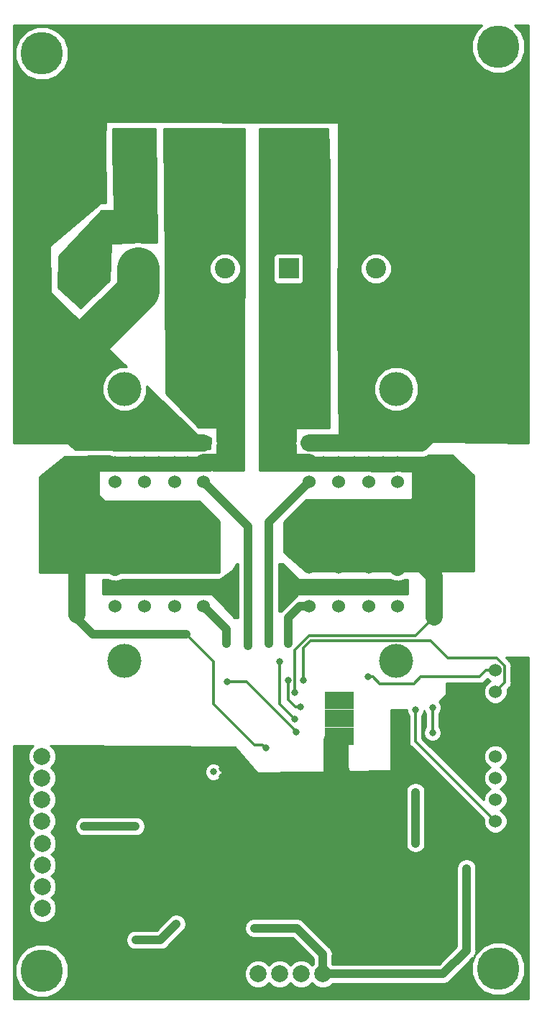
<source format=gbr>
G04 #@! TF.GenerationSoftware,KiCad,Pcbnew,5.0.0-rc2-dev-unknown-648803d~64~ubuntu16.04.1*
G04 #@! TF.CreationDate,2018-04-28T23:38:00-07:00*
G04 #@! TF.ProjectId,HICURRNT_Bridge,4849435552524E545F4272696467652E,rev?*
G04 #@! TF.SameCoordinates,Original*
G04 #@! TF.FileFunction,Copper,L2,Bot,Signal*
G04 #@! TF.FilePolarity,Positive*
%FSLAX46Y46*%
G04 Gerber Fmt 4.6, Leading zero omitted, Abs format (unit mm)*
G04 Created by KiCad (PCBNEW 5.0.0-rc2-dev-unknown-648803d~64~ubuntu16.04.1) date Sat Apr 28 23:38:00 2018*
%MOMM*%
%LPD*%
G01*
G04 APERTURE LIST*
%ADD10C,4.500000*%
%ADD11C,5.000000*%
%ADD12C,4.000000*%
%ADD13R,2.400000X2.400000*%
%ADD14C,2.400000*%
%ADD15C,1.524000*%
%ADD16R,1.524000X1.524000*%
%ADD17R,4.000000X4.000000*%
%ADD18C,2.000000*%
%ADD19R,2.000000X2.000000*%
%ADD20R,0.890000X1.100000*%
%ADD21C,0.800000*%
%ADD22C,5.000000*%
%ADD23C,2.000000*%
%ADD24C,1.000000*%
%ADD25C,3.000000*%
%ADD26C,0.300000*%
%ADD27C,0.254000*%
G04 APERTURE END LIST*
D10*
X44950000Y56850000D03*
X14350000Y56850000D03*
D11*
X57750000Y4250000D03*
X4000000Y4050000D03*
D10*
X36200000Y56850000D03*
X21750000Y56850000D03*
D11*
X4000000Y112050000D03*
X57750000Y112850000D03*
D12*
X45735000Y40540000D03*
X13735000Y40540000D03*
X13735000Y72540000D03*
D13*
X15290000Y86710000D03*
D14*
X7790000Y86710000D03*
D15*
X57400000Y39410000D03*
X57400000Y36870000D03*
D16*
X57400000Y34330000D03*
X57400000Y31790000D03*
D15*
X57400000Y29250000D03*
X57400000Y26710000D03*
X57400000Y24170000D03*
X57400000Y21630000D03*
D17*
X43620000Y100760000D03*
D12*
X34120000Y100760000D03*
X24620000Y100760000D03*
X15120000Y100760000D03*
D18*
X29460000Y3652000D03*
X32000000Y3652000D03*
X34540000Y3652000D03*
X37080000Y3652000D03*
D19*
X26840000Y3652000D03*
X24300000Y3652000D03*
X21760000Y3652000D03*
X19220000Y3652000D03*
D18*
X4000000Y29230000D03*
X4000000Y26690000D03*
X4000000Y24150000D03*
X4000000Y21610000D03*
X4070000Y11370000D03*
X4070000Y13910000D03*
X4070000Y16450000D03*
X4070000Y18990000D03*
D13*
X50850000Y86710000D03*
D14*
X43350000Y86710000D03*
X25570000Y86710000D03*
D13*
X33070000Y86710000D03*
D20*
X37725000Y36387500D03*
X38575000Y36387500D03*
X40275000Y36387500D03*
X39425000Y36387500D03*
X39425000Y35331250D03*
X40275000Y35331250D03*
X38575000Y35331250D03*
X37725000Y35331250D03*
X37725000Y34275000D03*
X38575000Y34275000D03*
X40275000Y34275000D03*
X39425000Y34275000D03*
X39425000Y33218750D03*
X40275000Y33218750D03*
X38575000Y33218750D03*
X37725000Y33218750D03*
X37725000Y32162500D03*
X38575000Y32162500D03*
X40275000Y32162500D03*
X39425000Y32162500D03*
X39425000Y31106250D03*
X40275000Y31106250D03*
X38575000Y31106250D03*
X37725000Y31106250D03*
D15*
X23030000Y46959000D03*
X23030000Y49245000D03*
X23030000Y51531000D03*
X12616000Y46959000D03*
X12616000Y49245000D03*
X12616000Y51531000D03*
X16116000Y46959000D03*
X16116000Y49245000D03*
X16116000Y51531000D03*
X19616000Y46959000D03*
X19616000Y49245000D03*
X19616000Y51531000D03*
D16*
X19616000Y66136000D03*
D15*
X19616000Y63850000D03*
X19616000Y61564000D03*
D16*
X16116000Y66136000D03*
D15*
X16116000Y63850000D03*
X16116000Y61564000D03*
D16*
X12616000Y66136000D03*
D15*
X12616000Y63850000D03*
X12616000Y61564000D03*
D16*
X23030000Y66136000D03*
D15*
X23030000Y63850000D03*
X23030000Y61564000D03*
X42476000Y51531000D03*
X42476000Y49245000D03*
X42476000Y46959000D03*
X38976000Y51531000D03*
X38976000Y49245000D03*
X38976000Y46959000D03*
X35476000Y51531000D03*
X35476000Y49245000D03*
X35476000Y46959000D03*
X45890000Y51531000D03*
X45890000Y49245000D03*
X45890000Y46959000D03*
X45890000Y61564000D03*
X45890000Y63850000D03*
D16*
X45890000Y66136000D03*
D15*
X35476000Y61564000D03*
X35476000Y63850000D03*
D16*
X35476000Y66136000D03*
D15*
X38976000Y61564000D03*
X38976000Y63850000D03*
D16*
X38976000Y66136000D03*
D15*
X42476000Y61564000D03*
X42476000Y63850000D03*
D16*
X42476000Y66136000D03*
D12*
X45735000Y72540000D03*
D21*
X14400000Y66136000D03*
X21200000Y66136000D03*
X37200000Y66136000D03*
X44200000Y66136000D03*
X7200000Y27850000D03*
X25200000Y27850000D03*
X8000000Y28450000D03*
X8200000Y27450000D03*
X7400000Y26850000D03*
X25200000Y26850000D03*
X24200000Y27450000D03*
X26200000Y27650000D03*
X28000000Y27050000D03*
X28000000Y21550000D03*
X40950000Y10350000D03*
X34850000Y17100000D03*
X16000000Y97682800D03*
X15000000Y97682800D03*
X14000000Y97682800D03*
X15000000Y96682800D03*
X14000000Y96682800D03*
X16000000Y96682800D03*
X14200000Y49650000D03*
X17800000Y49650000D03*
X21200000Y49650000D03*
X37200000Y49650000D03*
X40800000Y49650000D03*
X44000000Y49650000D03*
X44000000Y48850000D03*
X40800000Y48850000D03*
X37200000Y48850000D03*
X21200000Y48850000D03*
X17800000Y48850000D03*
X14200000Y48850000D03*
X8000000Y88850000D03*
X9000000Y88850000D03*
X10000000Y88850000D03*
X10600000Y89650000D03*
X11000000Y88850000D03*
X9800000Y87850000D03*
X10800000Y87850000D03*
X9600000Y86850000D03*
X10600000Y86850000D03*
X9600000Y85850000D03*
X10600000Y85850000D03*
X9000000Y85050000D03*
X10000000Y85050000D03*
X7000000Y84650000D03*
X8000000Y84650000D03*
X8600000Y83650000D03*
X9600000Y84050000D03*
X9600000Y89850000D03*
X25800000Y50080000D03*
X25800000Y49050000D03*
X25800000Y48050000D03*
X26600000Y48450000D03*
X26600000Y49480000D03*
X26600000Y47450000D03*
X32400000Y50280000D03*
X32400000Y49250000D03*
X32400000Y48250000D03*
X33400000Y48450000D03*
X33400000Y49450000D03*
X32400000Y47250000D03*
X20000000Y102300000D03*
X21000000Y102300000D03*
X20000000Y101300000D03*
X21000000Y101300000D03*
X20000000Y100300000D03*
X21000000Y100300000D03*
X20000000Y99300000D03*
X21000000Y99300000D03*
X20000000Y98300000D03*
X21000000Y98300000D03*
X19000000Y101300000D03*
X19000000Y99300000D03*
X19000000Y102300000D03*
X19000000Y100300000D03*
X19000000Y98300000D03*
X22000000Y99300000D03*
X22000000Y98300000D03*
X25000000Y98300000D03*
X24000000Y98300000D03*
X23000000Y98300000D03*
X22000000Y97300000D03*
X25000000Y97300000D03*
X21000000Y97300000D03*
X24000000Y97300000D03*
X23000000Y97300000D03*
X19000000Y97300000D03*
X20000000Y97300000D03*
X14400000Y64250000D03*
X17800000Y64250000D03*
X21200000Y64250000D03*
X14400000Y63450000D03*
X17800000Y63450000D03*
X21200000Y63450000D03*
X30400000Y30250000D03*
X31000000Y102050000D03*
X32000000Y102050000D03*
X30000000Y102050000D03*
X31000000Y101050000D03*
X30000000Y101050000D03*
X32000000Y101050000D03*
X31000000Y100050000D03*
X30000000Y100050000D03*
X30000000Y99050000D03*
X31000000Y99050000D03*
X31000000Y98050000D03*
X30000000Y98050000D03*
X32000000Y99050000D03*
X32000000Y98050000D03*
X32000000Y100050000D03*
X33000000Y98050000D03*
X34000000Y98050000D03*
X35000000Y98050000D03*
X34000000Y97050000D03*
X35000000Y97050000D03*
X30000000Y97050000D03*
X32000000Y97050000D03*
X33000000Y97050000D03*
X31000000Y97050000D03*
X44200000Y64250000D03*
X40800000Y64250000D03*
X37200000Y64250000D03*
X37200000Y63450000D03*
X40800000Y63450000D03*
X44200000Y63450000D03*
X33793924Y36751404D03*
X33800000Y33650000D03*
X32000000Y40450000D03*
X48000000Y19050000D03*
X48000000Y25050000D03*
X54000000Y16050000D03*
X29000000Y9050000D03*
X15050000Y7675000D03*
X19825000Y9550000D03*
X42400000Y38650000D03*
X34800000Y38250000D03*
X25800000Y38050000D03*
X33980733Y32149988D03*
X25750000Y42550000D03*
X28250000Y42300000D03*
X33000000Y42550000D03*
X33000000Y38250000D03*
X34462847Y35086151D03*
X30750000Y42550000D03*
X15000000Y21050000D03*
X9000000Y21050000D03*
X50000000Y35050000D03*
X50000000Y32050000D03*
X48000000Y34743740D03*
D22*
X15290000Y86710000D02*
X15290000Y84160000D01*
X15290000Y84160000D02*
X5500000Y74370000D01*
D23*
X35476000Y66136000D02*
X38976000Y66136000D01*
X38976000Y66136000D02*
X42476000Y66136000D01*
X42476000Y66136000D02*
X44200000Y66136000D01*
X50850000Y83510000D02*
X50850000Y86710000D01*
X50850000Y68334000D02*
X50850000Y83510000D01*
X48652000Y66136000D02*
X50850000Y68334000D01*
X45890000Y66136000D02*
X48652000Y66136000D01*
X23030000Y66136000D02*
X21200000Y66136000D01*
X19616000Y66136000D02*
X16116000Y66136000D01*
X12616000Y66136000D02*
X16116000Y66136000D01*
X7144000Y74370000D02*
X5500000Y74370000D01*
X12616000Y68898000D02*
X7144000Y74370000D01*
X12616000Y66136000D02*
X12616000Y68898000D01*
X50850000Y86710000D02*
X50850000Y101950000D01*
X50850000Y101950000D02*
X45500000Y107300000D01*
X45500000Y107300000D02*
X11250000Y107300000D01*
X11250000Y107300000D02*
X3500000Y99550000D01*
X3500000Y76370000D02*
X5500000Y74370000D01*
X3500000Y99550000D02*
X3500000Y76370000D01*
X21200000Y66136000D02*
X19616000Y66136000D01*
X44200000Y66136000D02*
X45890000Y66136000D01*
D24*
X28000000Y27050000D02*
X28000000Y21550000D01*
X40950000Y11000000D02*
X34850000Y17100000D01*
X40950000Y10350000D02*
X40950000Y11000000D01*
D25*
X38575000Y27556250D02*
X38750000Y27381250D01*
X38575000Y31106250D02*
X38575000Y27556250D01*
X38750000Y27381250D02*
X38750000Y24700000D01*
D23*
X10910000Y53237000D02*
X9367000Y53237000D01*
X9367000Y53237000D02*
X8110000Y51980000D01*
X12616000Y51531000D02*
X10910000Y53237000D01*
X8110000Y51980000D02*
X8110000Y45950000D01*
X23030000Y63850000D02*
X25700000Y63850000D01*
X25700000Y63850000D02*
X26000000Y64150000D01*
X26000000Y64150000D02*
X26000000Y80800000D01*
X26000000Y80800000D02*
X21750000Y85050000D01*
X21750000Y97890000D02*
X24620000Y100760000D01*
X21750000Y85050000D02*
X21750000Y97890000D01*
D26*
X8110000Y45950000D02*
X8110000Y45540000D01*
D24*
X8110000Y45540000D02*
X10000000Y43650000D01*
X10000000Y43650000D02*
X21000000Y43650000D01*
D26*
X21000000Y43650000D02*
X24200000Y40450000D01*
X24200000Y40450000D02*
X24200000Y35450000D01*
X24200000Y35450000D02*
X29000000Y30650000D01*
X29000000Y30650000D02*
X30000000Y30650000D01*
X30000000Y30650000D02*
X30400000Y30250000D01*
D23*
X45890000Y52608630D02*
X47001370Y53720000D01*
X45890000Y51531000D02*
X45890000Y52608630D01*
X47001370Y53720000D02*
X50240000Y50481370D01*
X35476000Y63850000D02*
X33050000Y63850000D01*
X33050000Y63850000D02*
X31500000Y65400000D01*
X31500000Y65400000D02*
X31500000Y79300000D01*
X31500000Y79300000D02*
X35750000Y83550000D01*
X35750000Y83550000D02*
X35750000Y92300000D01*
X34120000Y93930000D02*
X34120000Y100760000D01*
X35750000Y92300000D02*
X34120000Y93930000D01*
X50240000Y50481370D02*
X50240000Y45680000D01*
D26*
X33793924Y41751046D02*
X33793924Y37317089D01*
X35492878Y43450000D02*
X33793924Y41751046D01*
X33793924Y37317089D02*
X33793924Y36751404D01*
X50240000Y45680000D02*
X48010000Y43450000D01*
X48010000Y43450000D02*
X35492878Y43450000D01*
X33800000Y33650000D02*
X32000000Y35450000D01*
X32000000Y35450000D02*
X32000000Y40450000D01*
D24*
X48000000Y19050000D02*
X48000000Y25050000D01*
X17950000Y7675000D02*
X19825000Y9550000D01*
X15050000Y7675000D02*
X17950000Y7675000D01*
X34000000Y9050000D02*
X29000000Y9050000D01*
X37080000Y5970000D02*
X34000000Y9050000D01*
X37080000Y3652000D02*
X37080000Y5970000D01*
X51252000Y3652000D02*
X37080000Y3652000D01*
X54000000Y6400000D02*
X51252000Y3652000D01*
X54000000Y16050000D02*
X54000000Y6400000D01*
D26*
X56322370Y39410000D02*
X55562370Y38650000D01*
X57400000Y39410000D02*
X56322370Y39410000D01*
X55562370Y38650000D02*
X48600000Y38650000D01*
X48600000Y38650000D02*
X47800000Y37850000D01*
X47800000Y37850000D02*
X43800000Y37850000D01*
X43000000Y38650000D02*
X42400000Y38650000D01*
X43800000Y37850000D02*
X43000000Y38650000D01*
X34800000Y38250000D02*
X34800000Y42050000D01*
X35640001Y42890001D02*
X49759999Y42890001D01*
X34800000Y42050000D02*
X35640001Y42890001D01*
X49759999Y42890001D02*
X51800000Y40850000D01*
X58512001Y37982001D02*
X58161999Y37631999D01*
X58512001Y39943761D02*
X58512001Y37982001D01*
X58161999Y37631999D02*
X57400000Y36870000D01*
X57605762Y40850000D02*
X58512001Y39943761D01*
X51800000Y40850000D02*
X57605762Y40850000D01*
X33580734Y32549987D02*
X33980733Y32149988D01*
X25800000Y38050000D02*
X28080721Y38050000D01*
X28080721Y38050000D02*
X33580734Y32549987D01*
D24*
X25750000Y44239000D02*
X23030000Y46959000D01*
X25750000Y42550000D02*
X25750000Y44239000D01*
X28250000Y56344000D02*
X23030000Y61564000D01*
X28250000Y42300000D02*
X28250000Y56344000D01*
X34398370Y46959000D02*
X33000000Y45560630D01*
X35476000Y46959000D02*
X34398370Y46959000D01*
X33000000Y45560630D02*
X33000000Y42550000D01*
D26*
X33000000Y38250000D02*
X33000000Y35983313D01*
X33897162Y35086151D02*
X34462847Y35086151D01*
X33000000Y35983313D02*
X33897162Y35086151D01*
D24*
X30750000Y56838000D02*
X35476000Y61564000D01*
X30750000Y42550000D02*
X30750000Y56838000D01*
X15000000Y21050000D02*
X9000000Y21050000D01*
D26*
X50000000Y35050000D02*
X50000000Y32050000D01*
X48000000Y31030000D02*
X48000000Y34178055D01*
X57400000Y21630000D02*
X48000000Y31030000D01*
X48000000Y34178055D02*
X48000000Y34743740D01*
D27*
G36*
X55092276Y114625835D02*
X54615000Y113473590D01*
X54615000Y112226410D01*
X55092276Y111074165D01*
X55974165Y110192276D01*
X57126410Y109715000D01*
X58373590Y109715000D01*
X59525835Y110192276D01*
X60407724Y111074165D01*
X60885000Y112226410D01*
X60885000Y113473590D01*
X60407724Y114625835D01*
X59693559Y115340000D01*
X61290000Y115340000D01*
X61290000Y66186955D01*
X46291778Y66396988D01*
X46288289Y66396988D01*
X38996142Y66298711D01*
X38950889Y73064134D01*
X43100000Y73064134D01*
X43100000Y72015866D01*
X43501155Y71047392D01*
X44242392Y70306155D01*
X45210866Y69905000D01*
X46259134Y69905000D01*
X47227608Y70306155D01*
X47968845Y71047392D01*
X48370000Y72015866D01*
X48370000Y73064134D01*
X47968845Y74032608D01*
X47227608Y74773845D01*
X46259134Y75175000D01*
X45210866Y75175000D01*
X44242392Y74773845D01*
X43501155Y74032608D01*
X43100000Y73064134D01*
X38950889Y73064134D01*
X38897000Y81120401D01*
X38897000Y86469265D01*
X38904143Y87075004D01*
X41515000Y87075004D01*
X41515000Y86344996D01*
X41794362Y85670556D01*
X42310556Y85154362D01*
X42984996Y84875000D01*
X43715004Y84875000D01*
X44389444Y85154362D01*
X44905638Y85670556D01*
X45185000Y86344996D01*
X45185000Y87075004D01*
X44905638Y87749444D01*
X44389444Y88265638D01*
X43715004Y88545000D01*
X42984996Y88545000D01*
X42310556Y88265638D01*
X41794362Y87749444D01*
X41515000Y87075004D01*
X38904143Y87075004D01*
X38946991Y90708502D01*
X38947000Y90710000D01*
X38947000Y103840000D01*
X38937333Y103888601D01*
X38909803Y103929803D01*
X38868601Y103957333D01*
X38820421Y103966999D01*
X11640421Y104056999D01*
X11591788Y104047493D01*
X11550495Y104020099D01*
X11522829Y103978989D01*
X11513101Y103935076D01*
X11433101Y101935076D01*
X11433002Y101929332D01*
X11472330Y94457000D01*
X10965000Y94457000D01*
X10916399Y94447333D01*
X10882955Y94426942D01*
X710000Y85817273D01*
X710000Y112673590D01*
X865000Y112673590D01*
X865000Y111426410D01*
X1342276Y110274165D01*
X2224165Y109392276D01*
X3376410Y108915000D01*
X4623590Y108915000D01*
X5775835Y109392276D01*
X6657724Y110274165D01*
X7135000Y111426410D01*
X7135000Y112673590D01*
X6657724Y113825835D01*
X5775835Y114707724D01*
X4623590Y115185000D01*
X3376410Y115185000D01*
X2224165Y114707724D01*
X1342276Y113825835D01*
X865000Y112673590D01*
X710000Y112673590D01*
X710000Y115340000D01*
X55806441Y115340000D01*
X55092276Y114625835D01*
X55092276Y114625835D01*
G37*
X55092276Y114625835D02*
X54615000Y113473590D01*
X54615000Y112226410D01*
X55092276Y111074165D01*
X55974165Y110192276D01*
X57126410Y109715000D01*
X58373590Y109715000D01*
X59525835Y110192276D01*
X60407724Y111074165D01*
X60885000Y112226410D01*
X60885000Y113473590D01*
X60407724Y114625835D01*
X59693559Y115340000D01*
X61290000Y115340000D01*
X61290000Y66186955D01*
X46291778Y66396988D01*
X46288289Y66396988D01*
X38996142Y66298711D01*
X38950889Y73064134D01*
X43100000Y73064134D01*
X43100000Y72015866D01*
X43501155Y71047392D01*
X44242392Y70306155D01*
X45210866Y69905000D01*
X46259134Y69905000D01*
X47227608Y70306155D01*
X47968845Y71047392D01*
X48370000Y72015866D01*
X48370000Y73064134D01*
X47968845Y74032608D01*
X47227608Y74773845D01*
X46259134Y75175000D01*
X45210866Y75175000D01*
X44242392Y74773845D01*
X43501155Y74032608D01*
X43100000Y73064134D01*
X38950889Y73064134D01*
X38897000Y81120401D01*
X38897000Y86469265D01*
X38904143Y87075004D01*
X41515000Y87075004D01*
X41515000Y86344996D01*
X41794362Y85670556D01*
X42310556Y85154362D01*
X42984996Y84875000D01*
X43715004Y84875000D01*
X44389444Y85154362D01*
X44905638Y85670556D01*
X45185000Y86344996D01*
X45185000Y87075004D01*
X44905638Y87749444D01*
X44389444Y88265638D01*
X43715004Y88545000D01*
X42984996Y88545000D01*
X42310556Y88265638D01*
X41794362Y87749444D01*
X41515000Y87075004D01*
X38904143Y87075004D01*
X38946991Y90708502D01*
X38947000Y90710000D01*
X38947000Y103840000D01*
X38937333Y103888601D01*
X38909803Y103929803D01*
X38868601Y103957333D01*
X38820421Y103966999D01*
X11640421Y104056999D01*
X11591788Y104047493D01*
X11550495Y104020099D01*
X11522829Y103978989D01*
X11513101Y103935076D01*
X11433101Y101935076D01*
X11433002Y101929332D01*
X11472330Y94457000D01*
X10965000Y94457000D01*
X10916399Y94447333D01*
X10882955Y94426942D01*
X710000Y85817273D01*
X710000Y112673590D01*
X865000Y112673590D01*
X865000Y111426410D01*
X1342276Y110274165D01*
X2224165Y109392276D01*
X3376410Y108915000D01*
X4623590Y108915000D01*
X5775835Y109392276D01*
X6657724Y110274165D01*
X7135000Y111426410D01*
X7135000Y112673590D01*
X6657724Y113825835D01*
X5775835Y114707724D01*
X4623590Y115185000D01*
X3376410Y115185000D01*
X2224165Y114707724D01*
X1342276Y113825835D01*
X865000Y112673590D01*
X710000Y112673590D01*
X710000Y115340000D01*
X55806441Y115340000D01*
X55092276Y114625835D01*
G36*
X34399705Y64820297D02*
X34466235Y64775843D01*
X34612128Y64746823D01*
X34838055Y64595864D01*
X35314969Y64501000D01*
X48490970Y64501000D01*
X48652000Y64468969D01*
X48813030Y64501000D01*
X48813031Y64501000D01*
X49289945Y64595864D01*
X49503645Y64738654D01*
X52350054Y64723268D01*
X54873000Y62394395D01*
X54873000Y51077000D01*
X35048112Y51077000D01*
X32527000Y53307215D01*
X32527000Y56897394D01*
X35152606Y59523000D01*
X47500000Y59523000D01*
X47548601Y59532667D01*
X47589803Y59560197D01*
X47617333Y59601399D01*
X47627000Y59650000D01*
X47627000Y62750000D01*
X47617333Y62798601D01*
X47589803Y62839803D01*
X47548601Y62867333D01*
X47500941Y62876997D01*
X46350102Y62885522D01*
X46167881Y62961000D01*
X45612119Y62961000D01*
X45446065Y62892218D01*
X42873937Y62911271D01*
X42753881Y62961000D01*
X42198119Y62961000D01*
X42092046Y62917063D01*
X39310206Y62937669D01*
X39253881Y62961000D01*
X38698119Y62961000D01*
X38653537Y62942534D01*
X34121139Y62976107D01*
X34033226Y64822278D01*
X34399705Y64820297D01*
X34399705Y64820297D01*
G37*
X34399705Y64820297D02*
X34466235Y64775843D01*
X34612128Y64746823D01*
X34838055Y64595864D01*
X35314969Y64501000D01*
X48490970Y64501000D01*
X48652000Y64468969D01*
X48813030Y64501000D01*
X48813031Y64501000D01*
X49289945Y64595864D01*
X49503645Y64738654D01*
X52350054Y64723268D01*
X54873000Y62394395D01*
X54873000Y51077000D01*
X35048112Y51077000D01*
X32527000Y53307215D01*
X32527000Y56897394D01*
X35152606Y59523000D01*
X47500000Y59523000D01*
X47548601Y59532667D01*
X47589803Y59560197D01*
X47617333Y59601399D01*
X47627000Y59650000D01*
X47627000Y62750000D01*
X47617333Y62798601D01*
X47589803Y62839803D01*
X47548601Y62867333D01*
X47500941Y62876997D01*
X46350102Y62885522D01*
X46167881Y62961000D01*
X45612119Y62961000D01*
X45446065Y62892218D01*
X42873937Y62911271D01*
X42753881Y62961000D01*
X42198119Y62961000D01*
X42092046Y62917063D01*
X39310206Y62937669D01*
X39253881Y62961000D01*
X38698119Y62961000D01*
X38653537Y62942534D01*
X34121139Y62976107D01*
X34033226Y64822278D01*
X34399705Y64820297D01*
G36*
X27773318Y62938974D02*
X24109719Y62995628D01*
X23542012Y64570814D01*
X23667945Y64595864D01*
X23824268Y64700315D01*
X24526878Y64683038D01*
X24575702Y64691508D01*
X24617568Y64718017D01*
X24646103Y64758530D01*
X24656997Y64810814D01*
X24650017Y65899646D01*
X24697031Y66136000D01*
X24646886Y66388095D01*
X24636997Y67930814D01*
X24627019Y67979352D01*
X24599225Y68020376D01*
X24557848Y68047642D01*
X24510000Y68057000D01*
X22463639Y68057000D01*
X18626589Y72001997D01*
X18506390Y87075004D01*
X23735000Y87075004D01*
X23735000Y86344996D01*
X24014362Y85670556D01*
X24530556Y85154362D01*
X25204996Y84875000D01*
X25935004Y84875000D01*
X26609444Y85154362D01*
X27125638Y85670556D01*
X27405000Y86344996D01*
X27405000Y87075004D01*
X27125638Y87749444D01*
X26609444Y88265638D01*
X25935004Y88545000D01*
X25204996Y88545000D01*
X24530556Y88265638D01*
X24014362Y87749444D01*
X23735000Y87075004D01*
X18506390Y87075004D01*
X18378017Y103173000D01*
X27872686Y103173000D01*
X27773318Y62938974D01*
X27773318Y62938974D01*
G37*
X27773318Y62938974D02*
X24109719Y62995628D01*
X23542012Y64570814D01*
X23667945Y64595864D01*
X23824268Y64700315D01*
X24526878Y64683038D01*
X24575702Y64691508D01*
X24617568Y64718017D01*
X24646103Y64758530D01*
X24656997Y64810814D01*
X24650017Y65899646D01*
X24697031Y66136000D01*
X24646886Y66388095D01*
X24636997Y67930814D01*
X24627019Y67979352D01*
X24599225Y68020376D01*
X24557848Y68047642D01*
X24510000Y68057000D01*
X22463639Y68057000D01*
X18626589Y72001997D01*
X18506390Y87075004D01*
X23735000Y87075004D01*
X23735000Y86344996D01*
X24014362Y85670556D01*
X24530556Y85154362D01*
X25204996Y84875000D01*
X25935004Y84875000D01*
X26609444Y85154362D01*
X27125638Y85670556D01*
X27405000Y86344996D01*
X27405000Y87075004D01*
X27125638Y87749444D01*
X26609444Y88265638D01*
X25935004Y88545000D01*
X25204996Y88545000D01*
X24530556Y88265638D01*
X24014362Y87749444D01*
X23735000Y87075004D01*
X18506390Y87075004D01*
X18378017Y103173000D01*
X27872686Y103173000D01*
X27773318Y62938974D01*
G36*
X23848922Y64713285D02*
X23894620Y62976755D01*
X12905806Y62956060D01*
X12893881Y62961000D01*
X12338119Y62961000D01*
X12323546Y62954964D01*
X10749761Y62952000D01*
X10701178Y62942241D01*
X10660028Y62914633D01*
X10632576Y62873380D01*
X10623045Y62821630D01*
X10698045Y59996630D01*
X10708998Y59948302D01*
X10737128Y59908307D01*
X11337128Y59333307D01*
X11378906Y59306660D01*
X11425571Y59298001D01*
X22497257Y59347761D01*
X24897789Y56922981D01*
X24873512Y50902296D01*
X3727000Y50951704D01*
X3727000Y62164576D01*
X6720594Y64598392D01*
X11906682Y64643554D01*
X11978055Y64595864D01*
X12616000Y64468969D01*
X12777031Y64501000D01*
X23191031Y64501000D01*
X23667945Y64595864D01*
X23847421Y64715786D01*
X23848922Y64713285D01*
X23848922Y64713285D01*
G37*
X23848922Y64713285D02*
X23894620Y62976755D01*
X12905806Y62956060D01*
X12893881Y62961000D01*
X12338119Y62961000D01*
X12323546Y62954964D01*
X10749761Y62952000D01*
X10701178Y62942241D01*
X10660028Y62914633D01*
X10632576Y62873380D01*
X10623045Y62821630D01*
X10698045Y59996630D01*
X10708998Y59948302D01*
X10737128Y59908307D01*
X11337128Y59333307D01*
X11378906Y59306660D01*
X11425571Y59298001D01*
X22497257Y59347761D01*
X24897789Y56922981D01*
X24873512Y50902296D01*
X3727000Y50951704D01*
X3727000Y62164576D01*
X6720594Y64598392D01*
X11906682Y64643554D01*
X11978055Y64595864D01*
X12616000Y64468969D01*
X12777031Y64501000D01*
X23191031Y64501000D01*
X23667945Y64595864D01*
X23847421Y64715786D01*
X23848922Y64713285D01*
G36*
X37873000Y98546669D02*
X37873000Y67927000D01*
X34000000Y67927000D01*
X33951399Y67917333D01*
X33910197Y67889803D01*
X33882667Y67848601D01*
X33873000Y67800000D01*
X33873000Y66457906D01*
X33808969Y66136000D01*
X33873000Y65814094D01*
X33873000Y64800000D01*
X33882667Y64751399D01*
X33910197Y64710197D01*
X33951399Y64682667D01*
X34000000Y64673000D01*
X34722612Y64673000D01*
X34838055Y64595864D01*
X35314969Y64501000D01*
X36366965Y64501000D01*
X36335524Y62936821D01*
X35814063Y62936072D01*
X35753881Y62961000D01*
X35198119Y62961000D01*
X35135584Y62935097D01*
X29627000Y62927183D01*
X29627000Y87910000D01*
X31222560Y87910000D01*
X31222560Y85510000D01*
X31271843Y85262235D01*
X31412191Y85052191D01*
X31622235Y84911843D01*
X31870000Y84862560D01*
X34270000Y84862560D01*
X34517765Y84911843D01*
X34727809Y85052191D01*
X34868157Y85262235D01*
X34917440Y85510000D01*
X34917440Y87910000D01*
X34868157Y88157765D01*
X34727809Y88367809D01*
X34517765Y88508157D01*
X34270000Y88557440D01*
X31870000Y88557440D01*
X31622235Y88508157D01*
X31412191Y88367809D01*
X31271843Y88157765D01*
X31222560Y87910000D01*
X29627000Y87910000D01*
X29627000Y103173000D01*
X37629509Y103173000D01*
X37873000Y98546669D01*
X37873000Y98546669D01*
G37*
X37873000Y98546669D02*
X37873000Y67927000D01*
X34000000Y67927000D01*
X33951399Y67917333D01*
X33910197Y67889803D01*
X33882667Y67848601D01*
X33873000Y67800000D01*
X33873000Y66457906D01*
X33808969Y66136000D01*
X33873000Y65814094D01*
X33873000Y64800000D01*
X33882667Y64751399D01*
X33910197Y64710197D01*
X33951399Y64682667D01*
X34000000Y64673000D01*
X34722612Y64673000D01*
X34838055Y64595864D01*
X35314969Y64501000D01*
X36366965Y64501000D01*
X36335524Y62936821D01*
X35814063Y62936072D01*
X35753881Y62961000D01*
X35198119Y62961000D01*
X35135584Y62935097D01*
X29627000Y62927183D01*
X29627000Y87910000D01*
X31222560Y87910000D01*
X31222560Y85510000D01*
X31271843Y85262235D01*
X31412191Y85052191D01*
X31622235Y84911843D01*
X31870000Y84862560D01*
X34270000Y84862560D01*
X34517765Y84911843D01*
X34727809Y85052191D01*
X34868157Y85262235D01*
X34917440Y85510000D01*
X34917440Y87910000D01*
X34868157Y88157765D01*
X34727809Y88367809D01*
X34517765Y88508157D01*
X34270000Y88557440D01*
X31870000Y88557440D01*
X31622235Y88508157D01*
X31412191Y88367809D01*
X31271843Y88157765D01*
X31222560Y87910000D01*
X29627000Y87910000D01*
X29627000Y103173000D01*
X37629509Y103173000D01*
X37873000Y98546669D01*
G36*
X5013033Y83897110D02*
X5023804Y83848741D01*
X5051699Y83808721D01*
X13976617Y75175000D01*
X13210866Y75175000D01*
X12242392Y74773845D01*
X11501155Y74032608D01*
X11100000Y73064134D01*
X11100000Y72015866D01*
X11501155Y71047392D01*
X12242392Y70306155D01*
X13210866Y69905000D01*
X14259134Y69905000D01*
X15227608Y70306155D01*
X15968845Y71047392D01*
X16370000Y72015866D01*
X16370000Y72859706D01*
X22521699Y66908721D01*
X22563351Y66881878D01*
X22602487Y66873222D01*
X23826990Y66800659D01*
X23762418Y65485000D01*
X22868969Y65485000D01*
X22527110Y65417000D01*
X7955376Y65417000D01*
X7050478Y66158246D01*
X7006755Y66181565D01*
X6969818Y66187000D01*
X710000Y66178018D01*
X710000Y89923000D01*
X4875858Y89923000D01*
X5013033Y83897110D01*
X5013033Y83897110D01*
G37*
X5013033Y83897110D02*
X5023804Y83848741D01*
X5051699Y83808721D01*
X13976617Y75175000D01*
X13210866Y75175000D01*
X12242392Y74773845D01*
X11501155Y74032608D01*
X11100000Y73064134D01*
X11100000Y72015866D01*
X11501155Y71047392D01*
X12242392Y70306155D01*
X13210866Y69905000D01*
X14259134Y69905000D01*
X15227608Y70306155D01*
X15968845Y71047392D01*
X16370000Y72015866D01*
X16370000Y72859706D01*
X22521699Y66908721D01*
X22563351Y66881878D01*
X22602487Y66873222D01*
X23826990Y66800659D01*
X23762418Y65485000D01*
X22868969Y65485000D01*
X22527110Y65417000D01*
X7955376Y65417000D01*
X7050478Y66158246D01*
X7006755Y66181565D01*
X6969818Y66187000D01*
X710000Y66178018D01*
X710000Y89923000D01*
X4875858Y89923000D01*
X5013033Y83897110D01*
G36*
X17551328Y89785829D02*
X15968956Y89771365D01*
X15290000Y89906418D01*
X14545637Y89758355D01*
X12208839Y89736995D01*
X12160329Y89726884D01*
X12119380Y89698978D01*
X12092228Y89657526D01*
X12083095Y89614903D01*
X11915091Y85266557D01*
X8528612Y82053744D01*
X5948152Y84424720D01*
X6025971Y88208649D01*
X10974987Y93483000D01*
X12390000Y93483000D01*
X12438601Y93492667D01*
X12479803Y93520197D01*
X12507333Y93561399D01*
X12516978Y93612348D01*
X12386996Y100641400D01*
X12377478Y103173000D01*
X17374665Y103173000D01*
X17551328Y89785829D01*
X17551328Y89785829D01*
G37*
X17551328Y89785829D02*
X15968956Y89771365D01*
X15290000Y89906418D01*
X14545637Y89758355D01*
X12208839Y89736995D01*
X12160329Y89726884D01*
X12119380Y89698978D01*
X12092228Y89657526D01*
X12083095Y89614903D01*
X11915091Y85266557D01*
X8528612Y82053744D01*
X5948152Y84424720D01*
X6025971Y88208649D01*
X10974987Y93483000D01*
X12390000Y93483000D01*
X12438601Y93492667D01*
X12479803Y93520197D01*
X12507333Y93561399D01*
X12516978Y93612348D01*
X12386996Y100641400D01*
X12377478Y103173000D01*
X17374665Y103173000D01*
X17551328Y89785829D01*
G36*
X27115000Y45577000D02*
X26656180Y45577000D01*
X24693972Y47735429D01*
X24689803Y47739803D01*
X24089803Y48339803D01*
X24048601Y48367333D01*
X24000000Y48377000D01*
X11127000Y48377000D01*
X11127000Y50123000D01*
X11780300Y50123000D01*
X11978054Y49990865D01*
X12615999Y49863970D01*
X13253945Y49990865D01*
X13451699Y50123000D01*
X25000000Y50123000D01*
X25048601Y50132667D01*
X25073817Y50146656D01*
X26473817Y51146656D01*
X26513592Y51193204D01*
X26878490Y51923000D01*
X27115001Y51923000D01*
X27115000Y45577000D01*
X27115000Y45577000D01*
G37*
X27115000Y45577000D02*
X26656180Y45577000D01*
X24693972Y47735429D01*
X24689803Y47739803D01*
X24089803Y48339803D01*
X24048601Y48367333D01*
X24000000Y48377000D01*
X11127000Y48377000D01*
X11127000Y50123000D01*
X11780300Y50123000D01*
X11978054Y49990865D01*
X12615999Y49863970D01*
X13253945Y49990865D01*
X13451699Y50123000D01*
X25000000Y50123000D01*
X25048601Y50132667D01*
X25073817Y50146656D01*
X26473817Y51146656D01*
X26513592Y51193204D01*
X26878490Y51923000D01*
X27115001Y51923000D01*
X27115000Y45577000D01*
G36*
X34110197Y50160197D02*
X34151399Y50132667D01*
X34200000Y50123000D01*
X45054299Y50123000D01*
X45252055Y49990864D01*
X45890000Y49863969D01*
X46527944Y49990864D01*
X46725700Y50123000D01*
X47073000Y50123000D01*
X47073000Y48377000D01*
X34200000Y48377000D01*
X34151399Y48367333D01*
X34110197Y48339803D01*
X32147394Y46377000D01*
X31885000Y46377000D01*
X31885000Y51923000D01*
X32347394Y51923000D01*
X34110197Y50160197D01*
X34110197Y50160197D01*
G37*
X34110197Y50160197D02*
X34151399Y50132667D01*
X34200000Y50123000D01*
X45054299Y50123000D01*
X45252055Y49990864D01*
X45890000Y49863969D01*
X46527944Y49990864D01*
X46725700Y50123000D01*
X47073000Y50123000D01*
X47073000Y48377000D01*
X34200000Y48377000D01*
X34151399Y48367333D01*
X34110197Y48339803D01*
X32147394Y46377000D01*
X31885000Y46377000D01*
X31885000Y51923000D01*
X32347394Y51923000D01*
X34110197Y50160197D01*
G36*
X61290001Y760000D02*
X710000Y760000D01*
X710000Y4673590D01*
X865000Y4673590D01*
X865000Y3426410D01*
X1342276Y2274165D01*
X2224165Y1392276D01*
X3376410Y915000D01*
X4623590Y915000D01*
X5775835Y1392276D01*
X6657724Y2274165D01*
X7135000Y3426410D01*
X7135000Y3977222D01*
X27825000Y3977222D01*
X27825000Y3326778D01*
X28073914Y2725847D01*
X28533847Y2265914D01*
X29134778Y2017000D01*
X29785222Y2017000D01*
X30386153Y2265914D01*
X30730000Y2609761D01*
X31073847Y2265914D01*
X31674778Y2017000D01*
X32325222Y2017000D01*
X32926153Y2265914D01*
X33270000Y2609761D01*
X33613847Y2265914D01*
X34214778Y2017000D01*
X34865222Y2017000D01*
X35466153Y2265914D01*
X35810000Y2609761D01*
X36153847Y2265914D01*
X36754778Y2017000D01*
X37405222Y2017000D01*
X38006153Y2265914D01*
X38257239Y2517000D01*
X51140217Y2517000D01*
X51252000Y2494765D01*
X51363783Y2517000D01*
X51694855Y2582854D01*
X52070289Y2833711D01*
X52133613Y2928482D01*
X54723521Y5518389D01*
X54818289Y5581711D01*
X55055143Y5936188D01*
X54615000Y4873590D01*
X54615000Y3626410D01*
X55092276Y2474165D01*
X55974165Y1592276D01*
X57126410Y1115000D01*
X58373590Y1115000D01*
X59525835Y1592276D01*
X60407724Y2474165D01*
X60885000Y3626410D01*
X60885000Y4873590D01*
X60407724Y6025835D01*
X59525835Y6907724D01*
X58373590Y7385000D01*
X57126410Y7385000D01*
X55974165Y6907724D01*
X55092276Y6025835D01*
X55074063Y5981865D01*
X55135000Y6288217D01*
X55157235Y6400000D01*
X55135000Y6511783D01*
X55135000Y16161783D01*
X55069146Y16492855D01*
X54818289Y16868289D01*
X54442854Y17119146D01*
X54000000Y17207235D01*
X53557145Y17119146D01*
X53181711Y16868289D01*
X52930854Y16492854D01*
X52865000Y16161782D01*
X52865001Y6870133D01*
X50781869Y4787000D01*
X38257239Y4787000D01*
X38215000Y4829239D01*
X38215000Y5858217D01*
X38237235Y5970000D01*
X38149146Y6412855D01*
X38020188Y6605854D01*
X37898289Y6788289D01*
X37803521Y6851611D01*
X34881613Y9773518D01*
X34818289Y9868289D01*
X34442855Y10119146D01*
X34111783Y10185000D01*
X34000000Y10207235D01*
X33888217Y10185000D01*
X28888217Y10185000D01*
X28557145Y10119146D01*
X28181711Y9868289D01*
X27930854Y9492855D01*
X27842765Y9050000D01*
X27930854Y8607145D01*
X28181711Y8231711D01*
X28557145Y7980854D01*
X28888217Y7915000D01*
X33529869Y7915000D01*
X35945001Y5499867D01*
X35945001Y4829240D01*
X35810000Y4694239D01*
X35466153Y5038086D01*
X34865222Y5287000D01*
X34214778Y5287000D01*
X33613847Y5038086D01*
X33270000Y4694239D01*
X32926153Y5038086D01*
X32325222Y5287000D01*
X31674778Y5287000D01*
X31073847Y5038086D01*
X30730000Y4694239D01*
X30386153Y5038086D01*
X29785222Y5287000D01*
X29134778Y5287000D01*
X28533847Y5038086D01*
X28073914Y4578153D01*
X27825000Y3977222D01*
X7135000Y3977222D01*
X7135000Y4673590D01*
X6657724Y5825835D01*
X5775835Y6707724D01*
X4623590Y7185000D01*
X3376410Y7185000D01*
X2224165Y6707724D01*
X1342276Y5825835D01*
X865000Y4673590D01*
X710000Y4673590D01*
X710000Y7675000D01*
X13892765Y7675000D01*
X13980854Y7232145D01*
X14231711Y6856711D01*
X14607145Y6605854D01*
X14938217Y6540000D01*
X17838217Y6540000D01*
X17950000Y6517765D01*
X18061783Y6540000D01*
X18392855Y6605854D01*
X18768289Y6856711D01*
X18831613Y6951482D01*
X20706608Y8826476D01*
X20894145Y9107145D01*
X20982235Y9549999D01*
X20894145Y9992854D01*
X20643288Y10368288D01*
X20267854Y10619145D01*
X19824999Y10707235D01*
X19382145Y10619145D01*
X19101476Y10431608D01*
X17479869Y8810000D01*
X14938217Y8810000D01*
X14607145Y8744146D01*
X14231711Y8493289D01*
X13980854Y8117855D01*
X13892765Y7675000D01*
X710000Y7675000D01*
X710000Y30523000D01*
X2980761Y30523000D01*
X2613914Y30156153D01*
X2365000Y29555222D01*
X2365000Y28904778D01*
X2613914Y28303847D01*
X2957761Y27960000D01*
X2613914Y27616153D01*
X2365000Y27015222D01*
X2365000Y26364778D01*
X2613914Y25763847D01*
X2957761Y25420000D01*
X2613914Y25076153D01*
X2365000Y24475222D01*
X2365000Y23824778D01*
X2613914Y23223847D01*
X2957761Y22880000D01*
X2613914Y22536153D01*
X2365000Y21935222D01*
X2365000Y21284778D01*
X2613914Y20683847D01*
X3032761Y20265000D01*
X2683914Y19916153D01*
X2435000Y19315222D01*
X2435000Y18664778D01*
X2683914Y18063847D01*
X3027761Y17720000D01*
X2683914Y17376153D01*
X2435000Y16775222D01*
X2435000Y16124778D01*
X2683914Y15523847D01*
X3027761Y15180000D01*
X2683914Y14836153D01*
X2435000Y14235222D01*
X2435000Y13584778D01*
X2683914Y12983847D01*
X3027761Y12640000D01*
X2683914Y12296153D01*
X2435000Y11695222D01*
X2435000Y11044778D01*
X2683914Y10443847D01*
X3143847Y9983914D01*
X3744778Y9735000D01*
X4395222Y9735000D01*
X4996153Y9983914D01*
X5456086Y10443847D01*
X5705000Y11044778D01*
X5705000Y11695222D01*
X5456086Y12296153D01*
X5112239Y12640000D01*
X5456086Y12983847D01*
X5705000Y13584778D01*
X5705000Y14235222D01*
X5456086Y14836153D01*
X5112239Y15180000D01*
X5456086Y15523847D01*
X5705000Y16124778D01*
X5705000Y16775222D01*
X5456086Y17376153D01*
X5112239Y17720000D01*
X5456086Y18063847D01*
X5705000Y18664778D01*
X5705000Y18938218D01*
X46865000Y18938218D01*
X46930854Y18607146D01*
X47181711Y18231711D01*
X47557145Y17980854D01*
X48000000Y17892765D01*
X48442854Y17980854D01*
X48818289Y18231711D01*
X49069146Y18607145D01*
X49135000Y18938217D01*
X49135000Y25161783D01*
X49069146Y25492855D01*
X48818289Y25868289D01*
X48442855Y26119146D01*
X48000000Y26207235D01*
X47557146Y26119146D01*
X47181712Y25868289D01*
X46930855Y25492855D01*
X46865001Y25161783D01*
X46865000Y18938218D01*
X5705000Y18938218D01*
X5705000Y19315222D01*
X5456086Y19916153D01*
X5037239Y20335000D01*
X5386086Y20683847D01*
X5537751Y21050000D01*
X7842765Y21050000D01*
X7930854Y20607145D01*
X8181711Y20231711D01*
X8557145Y19980854D01*
X8888217Y19915000D01*
X15111783Y19915000D01*
X15442855Y19980854D01*
X15818289Y20231711D01*
X16069146Y20607145D01*
X16157235Y21050000D01*
X16069146Y21492855D01*
X15818289Y21868289D01*
X15442855Y22119146D01*
X15111783Y22185000D01*
X8888217Y22185000D01*
X8557145Y22119146D01*
X8181711Y21868289D01*
X7930854Y21492855D01*
X7842765Y21050000D01*
X5537751Y21050000D01*
X5635000Y21284778D01*
X5635000Y21935222D01*
X5386086Y22536153D01*
X5042239Y22880000D01*
X5386086Y23223847D01*
X5635000Y23824778D01*
X5635000Y24475222D01*
X5386086Y25076153D01*
X5042239Y25420000D01*
X5386086Y25763847D01*
X5635000Y26364778D01*
X5635000Y27015222D01*
X5386086Y27616153D01*
X5346365Y27655874D01*
X23165000Y27655874D01*
X23165000Y27244126D01*
X23322569Y26863720D01*
X23613720Y26572569D01*
X23994126Y26415000D01*
X24405874Y26415000D01*
X24786280Y26572569D01*
X25077431Y26863720D01*
X25235000Y27244126D01*
X25235000Y27655874D01*
X25077431Y28036280D01*
X24786280Y28327431D01*
X24405874Y28485000D01*
X23994126Y28485000D01*
X23613720Y28327431D01*
X23322569Y28036280D01*
X23165000Y27655874D01*
X5346365Y27655874D01*
X5042239Y27960000D01*
X5386086Y28303847D01*
X5635000Y28904778D01*
X5635000Y29555222D01*
X5386086Y30156153D01*
X5019239Y30523000D01*
X6199385Y30523000D01*
X26741521Y30323562D01*
X29304027Y27366824D01*
X29343163Y27336428D01*
X29401628Y27323010D01*
X45001628Y27523010D01*
X45050101Y27533300D01*
X45090946Y27561356D01*
X45117946Y27602907D01*
X45127000Y27650000D01*
X45127000Y34727978D01*
X46965000Y34801498D01*
X46965000Y34537866D01*
X47122569Y34157460D01*
X47215001Y34065028D01*
X47215000Y31107312D01*
X47199622Y31030000D01*
X47215000Y30952688D01*
X47215000Y30952685D01*
X47241293Y30820500D01*
X47260546Y30723709D01*
X47332458Y30616086D01*
X47434047Y30464047D01*
X47499592Y30420251D01*
X56005625Y21914217D01*
X56003000Y21907881D01*
X56003000Y21352119D01*
X56215680Y20838663D01*
X56608663Y20445680D01*
X57122119Y20233000D01*
X57677881Y20233000D01*
X58191337Y20445680D01*
X58584320Y20838663D01*
X58797000Y21352119D01*
X58797000Y21907881D01*
X58584320Y22421337D01*
X58191337Y22814320D01*
X57984487Y22900000D01*
X58191337Y22985680D01*
X58584320Y23378663D01*
X58797000Y23892119D01*
X58797000Y24447881D01*
X58584320Y24961337D01*
X58191337Y25354320D01*
X57984487Y25440000D01*
X58191337Y25525680D01*
X58584320Y25918663D01*
X58797000Y26432119D01*
X58797000Y26987881D01*
X58584320Y27501337D01*
X58191337Y27894320D01*
X57984487Y27980000D01*
X58191337Y28065680D01*
X58584320Y28458663D01*
X58797000Y28972119D01*
X58797000Y29527881D01*
X58584320Y30041337D01*
X58191337Y30434320D01*
X57677881Y30647000D01*
X57122119Y30647000D01*
X56608663Y30434320D01*
X56215680Y30041337D01*
X56003000Y29527881D01*
X56003000Y28972119D01*
X56215680Y28458663D01*
X56608663Y28065680D01*
X56815513Y27980000D01*
X56608663Y27894320D01*
X56215680Y27501337D01*
X56003000Y26987881D01*
X56003000Y26432119D01*
X56215680Y25918663D01*
X56608663Y25525680D01*
X56815513Y25440000D01*
X56608663Y25354320D01*
X56215680Y24961337D01*
X56003000Y24447881D01*
X56003000Y24137158D01*
X48785000Y31355157D01*
X48785000Y34065029D01*
X48877431Y34157460D01*
X49035000Y34537866D01*
X49035000Y34675131D01*
X49122569Y34463720D01*
X49215000Y34371289D01*
X49215001Y32728712D01*
X49122569Y32636280D01*
X48965000Y32255874D01*
X48965000Y31844126D01*
X49122569Y31463720D01*
X49413720Y31172569D01*
X49794126Y31015000D01*
X50205874Y31015000D01*
X50586280Y31172569D01*
X50877431Y31463720D01*
X51035000Y31844126D01*
X51035000Y32255874D01*
X50877431Y32636280D01*
X50785000Y32728711D01*
X50785000Y34371289D01*
X50877431Y34463720D01*
X51035000Y34844126D01*
X51035000Y35255874D01*
X50877431Y35636280D01*
X50821659Y35692053D01*
X51589803Y36460197D01*
X51617333Y36501399D01*
X51627000Y36550000D01*
X51627000Y37865000D01*
X55485058Y37865000D01*
X55562370Y37849622D01*
X55639682Y37865000D01*
X55639686Y37865000D01*
X55868662Y37910546D01*
X56128323Y38084047D01*
X56172119Y38149592D01*
X56428435Y38405908D01*
X56608663Y38225680D01*
X56815513Y38140000D01*
X56608663Y38054320D01*
X56215680Y37661337D01*
X56003000Y37147881D01*
X56003000Y36592119D01*
X56215680Y36078663D01*
X56608663Y35685680D01*
X57122119Y35473000D01*
X57677881Y35473000D01*
X58191337Y35685680D01*
X58584320Y36078663D01*
X58797000Y36592119D01*
X58797000Y37147881D01*
X58794375Y37154218D01*
X59012407Y37372250D01*
X59077954Y37416048D01*
X59251455Y37675709D01*
X59297001Y37904685D01*
X59297001Y37904689D01*
X59312379Y37982001D01*
X59297001Y38059313D01*
X59297001Y39866451D01*
X59312379Y39943762D01*
X59297001Y40021073D01*
X59297001Y40021077D01*
X59251455Y40250053D01*
X59184945Y40349592D01*
X59121750Y40444170D01*
X59121748Y40444172D01*
X59077954Y40509714D01*
X59012412Y40553508D01*
X58642920Y40923000D01*
X61290001Y40923000D01*
X61290001Y760000D01*
X61290001Y760000D01*
G37*
X61290001Y760000D02*
X710000Y760000D01*
X710000Y4673590D01*
X865000Y4673590D01*
X865000Y3426410D01*
X1342276Y2274165D01*
X2224165Y1392276D01*
X3376410Y915000D01*
X4623590Y915000D01*
X5775835Y1392276D01*
X6657724Y2274165D01*
X7135000Y3426410D01*
X7135000Y3977222D01*
X27825000Y3977222D01*
X27825000Y3326778D01*
X28073914Y2725847D01*
X28533847Y2265914D01*
X29134778Y2017000D01*
X29785222Y2017000D01*
X30386153Y2265914D01*
X30730000Y2609761D01*
X31073847Y2265914D01*
X31674778Y2017000D01*
X32325222Y2017000D01*
X32926153Y2265914D01*
X33270000Y2609761D01*
X33613847Y2265914D01*
X34214778Y2017000D01*
X34865222Y2017000D01*
X35466153Y2265914D01*
X35810000Y2609761D01*
X36153847Y2265914D01*
X36754778Y2017000D01*
X37405222Y2017000D01*
X38006153Y2265914D01*
X38257239Y2517000D01*
X51140217Y2517000D01*
X51252000Y2494765D01*
X51363783Y2517000D01*
X51694855Y2582854D01*
X52070289Y2833711D01*
X52133613Y2928482D01*
X54723521Y5518389D01*
X54818289Y5581711D01*
X55055143Y5936188D01*
X54615000Y4873590D01*
X54615000Y3626410D01*
X55092276Y2474165D01*
X55974165Y1592276D01*
X57126410Y1115000D01*
X58373590Y1115000D01*
X59525835Y1592276D01*
X60407724Y2474165D01*
X60885000Y3626410D01*
X60885000Y4873590D01*
X60407724Y6025835D01*
X59525835Y6907724D01*
X58373590Y7385000D01*
X57126410Y7385000D01*
X55974165Y6907724D01*
X55092276Y6025835D01*
X55074063Y5981865D01*
X55135000Y6288217D01*
X55157235Y6400000D01*
X55135000Y6511783D01*
X55135000Y16161783D01*
X55069146Y16492855D01*
X54818289Y16868289D01*
X54442854Y17119146D01*
X54000000Y17207235D01*
X53557145Y17119146D01*
X53181711Y16868289D01*
X52930854Y16492854D01*
X52865000Y16161782D01*
X52865001Y6870133D01*
X50781869Y4787000D01*
X38257239Y4787000D01*
X38215000Y4829239D01*
X38215000Y5858217D01*
X38237235Y5970000D01*
X38149146Y6412855D01*
X38020188Y6605854D01*
X37898289Y6788289D01*
X37803521Y6851611D01*
X34881613Y9773518D01*
X34818289Y9868289D01*
X34442855Y10119146D01*
X34111783Y10185000D01*
X34000000Y10207235D01*
X33888217Y10185000D01*
X28888217Y10185000D01*
X28557145Y10119146D01*
X28181711Y9868289D01*
X27930854Y9492855D01*
X27842765Y9050000D01*
X27930854Y8607145D01*
X28181711Y8231711D01*
X28557145Y7980854D01*
X28888217Y7915000D01*
X33529869Y7915000D01*
X35945001Y5499867D01*
X35945001Y4829240D01*
X35810000Y4694239D01*
X35466153Y5038086D01*
X34865222Y5287000D01*
X34214778Y5287000D01*
X33613847Y5038086D01*
X33270000Y4694239D01*
X32926153Y5038086D01*
X32325222Y5287000D01*
X31674778Y5287000D01*
X31073847Y5038086D01*
X30730000Y4694239D01*
X30386153Y5038086D01*
X29785222Y5287000D01*
X29134778Y5287000D01*
X28533847Y5038086D01*
X28073914Y4578153D01*
X27825000Y3977222D01*
X7135000Y3977222D01*
X7135000Y4673590D01*
X6657724Y5825835D01*
X5775835Y6707724D01*
X4623590Y7185000D01*
X3376410Y7185000D01*
X2224165Y6707724D01*
X1342276Y5825835D01*
X865000Y4673590D01*
X710000Y4673590D01*
X710000Y7675000D01*
X13892765Y7675000D01*
X13980854Y7232145D01*
X14231711Y6856711D01*
X14607145Y6605854D01*
X14938217Y6540000D01*
X17838217Y6540000D01*
X17950000Y6517765D01*
X18061783Y6540000D01*
X18392855Y6605854D01*
X18768289Y6856711D01*
X18831613Y6951482D01*
X20706608Y8826476D01*
X20894145Y9107145D01*
X20982235Y9549999D01*
X20894145Y9992854D01*
X20643288Y10368288D01*
X20267854Y10619145D01*
X19824999Y10707235D01*
X19382145Y10619145D01*
X19101476Y10431608D01*
X17479869Y8810000D01*
X14938217Y8810000D01*
X14607145Y8744146D01*
X14231711Y8493289D01*
X13980854Y8117855D01*
X13892765Y7675000D01*
X710000Y7675000D01*
X710000Y30523000D01*
X2980761Y30523000D01*
X2613914Y30156153D01*
X2365000Y29555222D01*
X2365000Y28904778D01*
X2613914Y28303847D01*
X2957761Y27960000D01*
X2613914Y27616153D01*
X2365000Y27015222D01*
X2365000Y26364778D01*
X2613914Y25763847D01*
X2957761Y25420000D01*
X2613914Y25076153D01*
X2365000Y24475222D01*
X2365000Y23824778D01*
X2613914Y23223847D01*
X2957761Y22880000D01*
X2613914Y22536153D01*
X2365000Y21935222D01*
X2365000Y21284778D01*
X2613914Y20683847D01*
X3032761Y20265000D01*
X2683914Y19916153D01*
X2435000Y19315222D01*
X2435000Y18664778D01*
X2683914Y18063847D01*
X3027761Y17720000D01*
X2683914Y17376153D01*
X2435000Y16775222D01*
X2435000Y16124778D01*
X2683914Y15523847D01*
X3027761Y15180000D01*
X2683914Y14836153D01*
X2435000Y14235222D01*
X2435000Y13584778D01*
X2683914Y12983847D01*
X3027761Y12640000D01*
X2683914Y12296153D01*
X2435000Y11695222D01*
X2435000Y11044778D01*
X2683914Y10443847D01*
X3143847Y9983914D01*
X3744778Y9735000D01*
X4395222Y9735000D01*
X4996153Y9983914D01*
X5456086Y10443847D01*
X5705000Y11044778D01*
X5705000Y11695222D01*
X5456086Y12296153D01*
X5112239Y12640000D01*
X5456086Y12983847D01*
X5705000Y13584778D01*
X5705000Y14235222D01*
X5456086Y14836153D01*
X5112239Y15180000D01*
X5456086Y15523847D01*
X5705000Y16124778D01*
X5705000Y16775222D01*
X5456086Y17376153D01*
X5112239Y17720000D01*
X5456086Y18063847D01*
X5705000Y18664778D01*
X5705000Y18938218D01*
X46865000Y18938218D01*
X46930854Y18607146D01*
X47181711Y18231711D01*
X47557145Y17980854D01*
X48000000Y17892765D01*
X48442854Y17980854D01*
X48818289Y18231711D01*
X49069146Y18607145D01*
X49135000Y18938217D01*
X49135000Y25161783D01*
X49069146Y25492855D01*
X48818289Y25868289D01*
X48442855Y26119146D01*
X48000000Y26207235D01*
X47557146Y26119146D01*
X47181712Y25868289D01*
X46930855Y25492855D01*
X46865001Y25161783D01*
X46865000Y18938218D01*
X5705000Y18938218D01*
X5705000Y19315222D01*
X5456086Y19916153D01*
X5037239Y20335000D01*
X5386086Y20683847D01*
X5537751Y21050000D01*
X7842765Y21050000D01*
X7930854Y20607145D01*
X8181711Y20231711D01*
X8557145Y19980854D01*
X8888217Y19915000D01*
X15111783Y19915000D01*
X15442855Y19980854D01*
X15818289Y20231711D01*
X16069146Y20607145D01*
X16157235Y21050000D01*
X16069146Y21492855D01*
X15818289Y21868289D01*
X15442855Y22119146D01*
X15111783Y22185000D01*
X8888217Y22185000D01*
X8557145Y22119146D01*
X8181711Y21868289D01*
X7930854Y21492855D01*
X7842765Y21050000D01*
X5537751Y21050000D01*
X5635000Y21284778D01*
X5635000Y21935222D01*
X5386086Y22536153D01*
X5042239Y22880000D01*
X5386086Y23223847D01*
X5635000Y23824778D01*
X5635000Y24475222D01*
X5386086Y25076153D01*
X5042239Y25420000D01*
X5386086Y25763847D01*
X5635000Y26364778D01*
X5635000Y27015222D01*
X5386086Y27616153D01*
X5346365Y27655874D01*
X23165000Y27655874D01*
X23165000Y27244126D01*
X23322569Y26863720D01*
X23613720Y26572569D01*
X23994126Y26415000D01*
X24405874Y26415000D01*
X24786280Y26572569D01*
X25077431Y26863720D01*
X25235000Y27244126D01*
X25235000Y27655874D01*
X25077431Y28036280D01*
X24786280Y28327431D01*
X24405874Y28485000D01*
X23994126Y28485000D01*
X23613720Y28327431D01*
X23322569Y28036280D01*
X23165000Y27655874D01*
X5346365Y27655874D01*
X5042239Y27960000D01*
X5386086Y28303847D01*
X5635000Y28904778D01*
X5635000Y29555222D01*
X5386086Y30156153D01*
X5019239Y30523000D01*
X6199385Y30523000D01*
X26741521Y30323562D01*
X29304027Y27366824D01*
X29343163Y27336428D01*
X29401628Y27323010D01*
X45001628Y27523010D01*
X45050101Y27533300D01*
X45090946Y27561356D01*
X45117946Y27602907D01*
X45127000Y27650000D01*
X45127000Y34727978D01*
X46965000Y34801498D01*
X46965000Y34537866D01*
X47122569Y34157460D01*
X47215001Y34065028D01*
X47215000Y31107312D01*
X47199622Y31030000D01*
X47215000Y30952688D01*
X47215000Y30952685D01*
X47241293Y30820500D01*
X47260546Y30723709D01*
X47332458Y30616086D01*
X47434047Y30464047D01*
X47499592Y30420251D01*
X56005625Y21914217D01*
X56003000Y21907881D01*
X56003000Y21352119D01*
X56215680Y20838663D01*
X56608663Y20445680D01*
X57122119Y20233000D01*
X57677881Y20233000D01*
X58191337Y20445680D01*
X58584320Y20838663D01*
X58797000Y21352119D01*
X58797000Y21907881D01*
X58584320Y22421337D01*
X58191337Y22814320D01*
X57984487Y22900000D01*
X58191337Y22985680D01*
X58584320Y23378663D01*
X58797000Y23892119D01*
X58797000Y24447881D01*
X58584320Y24961337D01*
X58191337Y25354320D01*
X57984487Y25440000D01*
X58191337Y25525680D01*
X58584320Y25918663D01*
X58797000Y26432119D01*
X58797000Y26987881D01*
X58584320Y27501337D01*
X58191337Y27894320D01*
X57984487Y27980000D01*
X58191337Y28065680D01*
X58584320Y28458663D01*
X58797000Y28972119D01*
X58797000Y29527881D01*
X58584320Y30041337D01*
X58191337Y30434320D01*
X57677881Y30647000D01*
X57122119Y30647000D01*
X56608663Y30434320D01*
X56215680Y30041337D01*
X56003000Y29527881D01*
X56003000Y28972119D01*
X56215680Y28458663D01*
X56608663Y28065680D01*
X56815513Y27980000D01*
X56608663Y27894320D01*
X56215680Y27501337D01*
X56003000Y26987881D01*
X56003000Y26432119D01*
X56215680Y25918663D01*
X56608663Y25525680D01*
X56815513Y25440000D01*
X56608663Y25354320D01*
X56215680Y24961337D01*
X56003000Y24447881D01*
X56003000Y24137158D01*
X48785000Y31355157D01*
X48785000Y34065029D01*
X48877431Y34157460D01*
X49035000Y34537866D01*
X49035000Y34675131D01*
X49122569Y34463720D01*
X49215000Y34371289D01*
X49215001Y32728712D01*
X49122569Y32636280D01*
X48965000Y32255874D01*
X48965000Y31844126D01*
X49122569Y31463720D01*
X49413720Y31172569D01*
X49794126Y31015000D01*
X50205874Y31015000D01*
X50586280Y31172569D01*
X50877431Y31463720D01*
X51035000Y31844126D01*
X51035000Y32255874D01*
X50877431Y32636280D01*
X50785000Y32728711D01*
X50785000Y34371289D01*
X50877431Y34463720D01*
X51035000Y34844126D01*
X51035000Y35255874D01*
X50877431Y35636280D01*
X50821659Y35692053D01*
X51589803Y36460197D01*
X51617333Y36501399D01*
X51627000Y36550000D01*
X51627000Y37865000D01*
X55485058Y37865000D01*
X55562370Y37849622D01*
X55639682Y37865000D01*
X55639686Y37865000D01*
X55868662Y37910546D01*
X56128323Y38084047D01*
X56172119Y38149592D01*
X56428435Y38405908D01*
X56608663Y38225680D01*
X56815513Y38140000D01*
X56608663Y38054320D01*
X56215680Y37661337D01*
X56003000Y37147881D01*
X56003000Y36592119D01*
X56215680Y36078663D01*
X56608663Y35685680D01*
X57122119Y35473000D01*
X57677881Y35473000D01*
X58191337Y35685680D01*
X58584320Y36078663D01*
X58797000Y36592119D01*
X58797000Y37147881D01*
X58794375Y37154218D01*
X59012407Y37372250D01*
X59077954Y37416048D01*
X59251455Y37675709D01*
X59297001Y37904685D01*
X59297001Y37904689D01*
X59312379Y37982001D01*
X59297001Y38059313D01*
X59297001Y39866451D01*
X59312379Y39943762D01*
X59297001Y40021073D01*
X59297001Y40021077D01*
X59251455Y40250053D01*
X59184945Y40349592D01*
X59121750Y40444170D01*
X59121748Y40444172D01*
X59077954Y40509714D01*
X59012412Y40553508D01*
X58642920Y40923000D01*
X61290001Y40923000D01*
X61290001Y760000D01*
M02*

</source>
